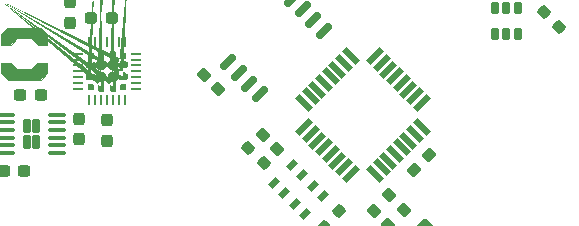
<source format=gbr>
%TF.GenerationSoftware,KiCad,Pcbnew,(6.0.11-0)*%
%TF.CreationDate,2023-04-11T08:14:18-04:00*%
%TF.ProjectId,SLAPS_Solar_Harvester,534c4150-535f-4536-9f6c-61725f486172,rev?*%
%TF.SameCoordinates,Original*%
%TF.FileFunction,Paste,Bot*%
%TF.FilePolarity,Positive*%
%FSLAX46Y46*%
G04 Gerber Fmt 4.6, Leading zero omitted, Abs format (unit mm)*
G04 Created by KiCad (PCBNEW (6.0.11-0)) date 2023-04-11 08:14:18*
%MOMM*%
%LPD*%
G01*
G04 APERTURE LIST*
G04 Aperture macros list*
%AMRoundRect*
0 Rectangle with rounded corners*
0 $1 Rounding radius*
0 $2 $3 $4 $5 $6 $7 $8 $9 X,Y pos of 4 corners*
0 Add a 4 corners polygon primitive as box body*
4,1,4,$2,$3,$4,$5,$6,$7,$8,$9,$2,$3,0*
0 Add four circle primitives for the rounded corners*
1,1,$1+$1,$2,$3*
1,1,$1+$1,$4,$5*
1,1,$1+$1,$6,$7*
1,1,$1+$1,$8,$9*
0 Add four rect primitives between the rounded corners*
20,1,$1+$1,$2,$3,$4,$5,0*
20,1,$1+$1,$4,$5,$6,$7,0*
20,1,$1+$1,$6,$7,$8,$9,0*
20,1,$1+$1,$8,$9,$2,$3,0*%
%AMRotRect*
0 Rectangle, with rotation*
0 The origin of the aperture is its center*
0 $1 length*
0 $2 width*
0 $3 Rotation angle, in degrees counterclockwise*
0 Add horizontal line*
21,1,$1,$2,0,0,$3*%
%AMFreePoly0*
4,1,48,0.180784,0.266839,0.197812,0.266839,0.211588,0.256830,0.227783,0.251568,0.237792,0.237792,0.251568,0.227783,0.256830,0.211588,0.266839,0.197812,0.266839,0.180784,0.272101,0.164589,0.272101,-0.164589,0.266839,-0.180784,0.266839,-0.197812,0.256830,-0.211588,0.251568,-0.227783,0.237792,-0.237792,0.227783,-0.251568,0.211588,-0.256830,0.197812,-0.266839,0.180784,-0.266839,
0.164589,-0.272101,-0.164589,-0.272101,-0.180784,-0.266839,-0.197812,-0.266839,-0.211588,-0.256830,-0.227783,-0.251568,-0.237792,-0.237792,-0.251568,-0.227783,-0.256830,-0.211588,-0.266839,-0.197812,-0.266839,-0.180784,-0.272101,-0.164589,-0.272101,0.075523,-0.269420,0.083774,-0.270777,0.092342,-0.259348,0.114772,-0.251568,0.138717,-0.244549,0.143817,-0.240611,0.151545,-0.151546,0.240611,
-0.143816,0.244550,-0.138717,0.251568,-0.114773,0.259348,-0.092342,0.270777,-0.083774,0.269420,-0.075523,0.272101,0.164589,0.272101,0.180784,0.266839,0.180784,0.266839,$1*%
%AMFreePoly1*
4,1,51,0.121446,0.402193,0.123663,0.402787,0.127060,0.401203,0.145390,0.397971,0.159647,0.386008,0.176512,0.378144,0.247132,0.307525,0.250168,0.303189,0.252157,0.302041,0.253440,0.298517,0.264114,0.283273,0.265736,0.264734,0.272101,0.247246,0.272101,-0.247246,0.271182,-0.252459,0.271776,-0.254677,0.270192,-0.258075,0.266960,-0.276402,0.254997,-0.290659,0.247132,-0.307525,
0.176512,-0.378144,0.172177,-0.381179,0.171029,-0.383168,0.167505,-0.384451,0.152260,-0.395125,0.133722,-0.396747,0.116234,-0.403112,-0.186855,-0.403112,-0.197929,-0.401159,-0.201658,-0.401817,-0.204937,-0.399924,-0.216011,-0.397971,-0.232977,-0.383735,-0.252157,-0.372661,-0.254788,-0.365433,-0.260680,-0.360489,-0.264526,-0.338678,-0.272101,-0.317866,-0.272101,0.317866,-0.270148,0.328940,
-0.270806,0.332669,-0.268913,0.335948,-0.266960,0.347022,-0.252724,0.363988,-0.241650,0.383168,-0.234422,0.385799,-0.229478,0.391691,-0.207667,0.395537,-0.186855,0.403112,0.116234,0.403112,0.121446,0.402193,0.121446,0.402193,$1*%
%AMFreePoly2*
4,1,48,0.180784,0.266839,0.197812,0.266839,0.211588,0.256830,0.227783,0.251568,0.237792,0.237792,0.251568,0.227783,0.256830,0.211588,0.266839,0.197812,0.266839,0.180784,0.272101,0.164589,0.272101,-0.075523,0.269420,-0.083774,0.270777,-0.092342,0.259348,-0.114773,0.251568,-0.138717,0.244550,-0.143816,0.240611,-0.151546,0.151545,-0.240611,0.143817,-0.244549,0.138717,-0.251568,
0.114772,-0.259348,0.092342,-0.270777,0.083774,-0.269420,0.075523,-0.272101,-0.164589,-0.272101,-0.180784,-0.266839,-0.197812,-0.266839,-0.211588,-0.256830,-0.227783,-0.251568,-0.237792,-0.237792,-0.251568,-0.227783,-0.256830,-0.211588,-0.266839,-0.197812,-0.266839,-0.180784,-0.272101,-0.164589,-0.272101,0.164589,-0.266839,0.180784,-0.266839,0.197812,-0.256830,0.211588,-0.251568,0.227783,
-0.237792,0.237792,-0.227783,0.251568,-0.211588,0.256830,-0.197812,0.266839,-0.180784,0.266839,-0.164589,0.272101,0.164589,0.272101,0.180784,0.266839,0.180784,0.266839,$1*%
%AMFreePoly3*
4,1,51,0.328940,0.270148,0.332669,0.270806,0.335948,0.268913,0.347022,0.266960,0.363988,0.252724,0.383168,0.241650,0.385799,0.234422,0.391691,0.229478,0.395537,0.207667,0.403112,0.186855,0.403112,-0.116234,0.402193,-0.121446,0.402787,-0.123663,0.401203,-0.127060,0.397971,-0.145390,0.386008,-0.159647,0.378144,-0.176512,0.307524,-0.247133,0.303189,-0.250168,0.302041,-0.252157,
0.298518,-0.253439,0.283273,-0.264114,0.264734,-0.265736,0.247246,-0.272101,-0.247246,-0.272101,-0.252459,-0.271182,-0.254677,-0.271776,-0.258075,-0.270192,-0.276402,-0.266960,-0.290659,-0.254997,-0.307525,-0.247132,-0.378144,-0.176512,-0.381179,-0.172177,-0.383168,-0.171029,-0.384451,-0.167505,-0.395125,-0.152260,-0.396747,-0.133722,-0.403112,-0.116234,-0.403112,0.186855,-0.401159,0.197929,
-0.401817,0.201658,-0.399924,0.204937,-0.397971,0.216011,-0.383735,0.232977,-0.372661,0.252157,-0.365433,0.254788,-0.360489,0.260680,-0.338678,0.264526,-0.317866,0.272101,0.317866,0.272101,0.328940,0.270148,0.328940,0.270148,$1*%
%AMFreePoly4*
4,1,51,0.197929,0.401159,0.201658,0.401817,0.204937,0.399924,0.216011,0.397971,0.232977,0.383735,0.252157,0.372661,0.254788,0.365433,0.260680,0.360489,0.264526,0.338678,0.272101,0.317866,0.272101,-0.317866,0.270148,-0.328940,0.270806,-0.332669,0.268913,-0.335948,0.266960,-0.347022,0.252724,-0.363988,0.241650,-0.383168,0.234422,-0.385799,0.229478,-0.391691,0.207667,-0.395537,
0.186855,-0.403112,-0.116234,-0.403112,-0.121446,-0.402193,-0.123663,-0.402787,-0.127060,-0.401203,-0.145390,-0.397971,-0.159647,-0.386008,-0.176512,-0.378144,-0.247133,-0.307524,-0.250168,-0.303189,-0.252157,-0.302041,-0.253439,-0.298518,-0.264114,-0.283273,-0.265736,-0.264734,-0.272101,-0.247246,-0.272101,0.247246,-0.271182,0.252459,-0.271776,0.254676,-0.270192,0.258073,-0.266960,0.276402,
-0.254997,0.290658,-0.247133,0.307524,-0.176512,0.378144,-0.172177,0.381179,-0.171029,0.383168,-0.167505,0.384451,-0.152260,0.395125,-0.133722,0.396747,-0.116234,0.403112,0.186855,0.403112,0.197929,0.401159,0.197929,0.401159,$1*%
%AMFreePoly5*
4,1,51,0.252459,0.271182,0.254676,0.271776,0.258073,0.270192,0.276402,0.266960,0.290658,0.254997,0.307524,0.247133,0.378144,0.176512,0.381179,0.172177,0.383168,0.171029,0.384451,0.167505,0.395125,0.152260,0.396747,0.133722,0.403112,0.116234,0.403112,-0.186855,0.401159,-0.197929,0.401817,-0.201658,0.399924,-0.204937,0.397971,-0.216011,0.383735,-0.232977,0.372661,-0.252157,
0.365433,-0.254788,0.360489,-0.260680,0.338678,-0.264526,0.317866,-0.272101,-0.317866,-0.272101,-0.328940,-0.270148,-0.332669,-0.270806,-0.335948,-0.268913,-0.347022,-0.266960,-0.363988,-0.252724,-0.383168,-0.241650,-0.385799,-0.234422,-0.391691,-0.229478,-0.395537,-0.207667,-0.403112,-0.186855,-0.403112,0.116234,-0.402193,0.121446,-0.402787,0.123663,-0.401203,0.127060,-0.397971,0.145390,
-0.386008,0.159647,-0.378144,0.176512,-0.307525,0.247132,-0.303189,0.250168,-0.302041,0.252157,-0.298517,0.253440,-0.283273,0.264114,-0.264734,0.265736,-0.247246,0.272101,0.247246,0.272101,0.252459,0.271182,0.252459,0.271182,$1*%
%AMFreePoly6*
4,1,48,0.083774,0.269420,0.092342,0.270777,0.114772,0.259348,0.138717,0.251568,0.143817,0.244549,0.151545,0.240611,0.240611,0.151546,0.244550,0.143816,0.251568,0.138717,0.259348,0.114773,0.270777,0.092342,0.269420,0.083774,0.272101,0.075523,0.272101,-0.164589,0.266839,-0.180784,0.266839,-0.197812,0.256830,-0.211588,0.251568,-0.227783,0.237792,-0.237792,0.227783,-0.251568,
0.211588,-0.256830,0.197812,-0.266839,0.180784,-0.266839,0.164589,-0.272101,-0.164589,-0.272101,-0.180784,-0.266839,-0.197812,-0.266839,-0.211588,-0.256830,-0.227783,-0.251568,-0.237792,-0.237792,-0.251568,-0.227783,-0.256830,-0.211588,-0.266839,-0.197812,-0.266839,-0.180784,-0.272101,-0.164589,-0.272101,0.164589,-0.266839,0.180784,-0.266839,0.197812,-0.256830,0.211588,-0.251568,0.227783,
-0.237792,0.237792,-0.227783,0.251568,-0.211588,0.256830,-0.197812,0.266839,-0.180784,0.266839,-0.164589,0.272101,0.075523,0.272101,0.083774,0.269420,0.083774,0.269420,$1*%
%AMFreePoly7*
4,1,48,0.180784,0.266839,0.197812,0.266839,0.211588,0.256830,0.227783,0.251568,0.237792,0.237792,0.251568,0.227783,0.256830,0.211588,0.266839,0.197812,0.266839,0.180784,0.272101,0.164589,0.272101,-0.164589,0.266839,-0.180784,0.266839,-0.197812,0.256830,-0.211588,0.251568,-0.227783,0.237792,-0.237792,0.227783,-0.251568,0.211588,-0.256830,0.197812,-0.266839,0.180784,-0.266839,
0.164589,-0.272101,-0.075523,-0.272101,-0.083774,-0.269420,-0.092342,-0.270777,-0.114773,-0.259348,-0.138717,-0.251568,-0.143816,-0.244550,-0.151546,-0.240611,-0.240611,-0.151545,-0.244549,-0.143817,-0.251568,-0.138717,-0.259348,-0.114772,-0.270777,-0.092342,-0.269420,-0.083774,-0.272101,-0.075523,-0.272101,0.164589,-0.266839,0.180784,-0.266839,0.197812,-0.256830,0.211588,-0.251568,0.227783,
-0.237792,0.237792,-0.227783,0.251568,-0.211588,0.256830,-0.197812,0.266839,-0.180784,0.266839,-0.164589,0.272101,0.164589,0.272101,0.180784,0.266839,0.180784,0.266839,$1*%
G04 Aperture macros list end*
%ADD10C,0.000100*%
%ADD11RoundRect,0.237500X0.344715X-0.008839X-0.008839X0.344715X-0.344715X0.008839X0.008839X-0.344715X0*%
%ADD12RoundRect,0.237500X0.237500X-0.300000X0.237500X0.300000X-0.237500X0.300000X-0.237500X-0.300000X0*%
%ADD13RoundRect,0.275000X-0.282843X0.671751X-0.671751X0.282843X0.282843X-0.671751X0.671751X-0.282843X0*%
%ADD14RotRect,1.600000X0.550000X45.000000*%
%ADD15RotRect,1.600000X0.550000X315.000000*%
%ADD16RoundRect,0.237500X0.237500X-0.250000X0.237500X0.250000X-0.237500X0.250000X-0.237500X-0.250000X0*%
%ADD17RoundRect,0.150000X-0.512500X-0.150000X0.512500X-0.150000X0.512500X0.150000X-0.512500X0.150000X0*%
%ADD18RoundRect,0.237500X-0.380070X0.044194X0.044194X-0.380070X0.380070X-0.044194X-0.044194X0.380070X0*%
%ADD19RoundRect,0.150000X0.353553X0.565685X-0.565685X-0.353553X-0.353553X-0.565685X0.565685X0.353553X0*%
%ADD20RoundRect,0.237500X-0.300000X-0.237500X0.300000X-0.237500X0.300000X0.237500X-0.300000X0.237500X0*%
%ADD21RoundRect,0.237500X-0.344715X0.008839X0.008839X-0.344715X0.344715X-0.008839X-0.008839X0.344715X0*%
%ADD22RoundRect,0.172500X-0.172500X-0.422500X0.172500X-0.422500X0.172500X0.422500X-0.172500X0.422500X0*%
%ADD23RoundRect,0.100000X-0.625000X-0.100000X0.625000X-0.100000X0.625000X0.100000X-0.625000X0.100000X0*%
%ADD24RoundRect,0.162500X0.162500X-0.367500X0.162500X0.367500X-0.162500X0.367500X-0.162500X-0.367500X0*%
%ADD25RoundRect,0.237500X-0.008839X-0.344715X0.344715X0.008839X0.008839X0.344715X-0.344715X-0.008839X0*%
%ADD26RoundRect,0.237500X0.287500X0.237500X-0.287500X0.237500X-0.287500X-0.237500X0.287500X-0.237500X0*%
%ADD27FreePoly0,270.000000*%
%ADD28FreePoly1,270.000000*%
%ADD29FreePoly2,270.000000*%
%ADD30FreePoly3,270.000000*%
%ADD31FreePoly4,270.000000*%
%ADD32RoundRect,0.201557X-0.201556X0.201556X-0.201556X-0.201556X0.201556X-0.201556X0.201556X0.201556X0*%
%ADD33FreePoly5,270.000000*%
%ADD34FreePoly6,270.000000*%
%ADD35FreePoly7,270.000000*%
%ADD36RoundRect,0.062500X-0.062500X0.337500X-0.062500X-0.337500X0.062500X-0.337500X0.062500X0.337500X0*%
%ADD37RoundRect,0.062500X-0.337500X0.062500X-0.337500X-0.062500X0.337500X-0.062500X0.337500X0.062500X0*%
%ADD38RoundRect,0.237500X-0.237500X0.300000X-0.237500X-0.300000X0.237500X-0.300000X0.237500X0.300000X0*%
%ADD39RoundRect,0.237500X0.380070X-0.044194X-0.044194X0.380070X-0.380070X0.044194X0.044194X-0.380070X0*%
%ADD40RotRect,0.950000X0.550000X45.000000*%
%ADD41RoundRect,0.237500X-0.044194X-0.380070X0.380070X0.044194X0.044194X0.380070X-0.380070X-0.044194X0*%
G04 APERTURE END LIST*
%TO.C,LBOOST1*%
G36*
X127510000Y-103130000D02*
G01*
X128675000Y-103130000D01*
X129255000Y-102550000D01*
X130045000Y-102550000D01*
X130045000Y-103450000D01*
X129495000Y-104000000D01*
X126705000Y-104000000D01*
X126155000Y-103450000D01*
X126155000Y-102550000D01*
X126930000Y-102550000D01*
X127510000Y-103130000D01*
G37*
D10*
X127510000Y-103130000D02*
X128675000Y-103130000D01*
X129255000Y-102550000D01*
X130045000Y-102550000D01*
X130045000Y-103450000D01*
X129495000Y-104000000D01*
X126705000Y-104000000D01*
X126155000Y-103450000D01*
X126155000Y-102550000D01*
X126930000Y-102550000D01*
X127510000Y-103130000D01*
G36*
X130045000Y-100150000D02*
G01*
X130045000Y-101050000D01*
X129255000Y-101050000D01*
X128675000Y-100470000D01*
X127510000Y-100470000D01*
X126930000Y-101050000D01*
X126155000Y-101050000D01*
X126155000Y-100150000D01*
X126705000Y-99600000D01*
X129495000Y-99600000D01*
X130045000Y-100150000D01*
G37*
X130045000Y-100150000D02*
X130045000Y-101050000D01*
X129255000Y-101050000D01*
X128675000Y-100470000D01*
X127510000Y-100470000D01*
X126930000Y-101050000D01*
X126155000Y-101050000D01*
X126155000Y-100150000D01*
X126705000Y-99600000D01*
X129495000Y-99600000D01*
X130045000Y-100150000D01*
%TD*%
D11*
%TO.C,R1*%
X167945235Y-92945235D03*
X166654765Y-91654765D03*
%TD*%
D12*
%TO.C,CBOOST1*%
X132000000Y-99162500D03*
X132000000Y-97437500D03*
%TD*%
D13*
%TO.C,Y1*%
X160516117Y-118483883D03*
X162283883Y-116716117D03*
%TD*%
D14*
%TO.C,U1*%
X155724695Y-111985103D03*
X155159010Y-111419417D03*
X154593324Y-110853732D03*
X154027639Y-110288047D03*
X153461953Y-109722361D03*
X152896268Y-109156676D03*
X152330583Y-108590990D03*
X151764897Y-108025305D03*
D15*
X151764897Y-105974695D03*
X152330583Y-105409010D03*
X152896268Y-104843324D03*
X153461953Y-104277639D03*
X154027639Y-103711953D03*
X154593324Y-103146268D03*
X155159010Y-102580583D03*
X155724695Y-102014897D03*
D14*
X157775305Y-102014897D03*
X158340990Y-102580583D03*
X158906676Y-103146268D03*
X159472361Y-103711953D03*
X160038047Y-104277639D03*
X160603732Y-104843324D03*
X161169417Y-105409010D03*
X161735103Y-105974695D03*
D15*
X161735103Y-108025305D03*
X161169417Y-108590990D03*
X160603732Y-109156676D03*
X160038047Y-109722361D03*
X159472361Y-110288047D03*
X158906676Y-110853732D03*
X158340990Y-111419417D03*
X157775305Y-111985103D03*
%TD*%
D16*
%TO.C,R6*%
X124700000Y-107112500D03*
X124700000Y-105287500D03*
%TD*%
D17*
%TO.C,U7*%
X177162500Y-95650000D03*
X177162500Y-94700000D03*
X177162500Y-93750000D03*
X179437500Y-93750000D03*
X179437500Y-95650000D03*
%TD*%
D16*
%TO.C,R5*%
X124700000Y-110512500D03*
X124700000Y-108687500D03*
%TD*%
D18*
%TO.C,C2*%
X143290120Y-103590120D03*
X144509880Y-104809880D03*
%TD*%
D19*
%TO.C,U4*%
X150747038Y-97158885D03*
X151645064Y-98056910D03*
X152543090Y-98954936D03*
X153441115Y-99852962D03*
X148052962Y-105241115D03*
X147154936Y-104343090D03*
X146256910Y-103445064D03*
X145358885Y-102547038D03*
%TD*%
D20*
%TO.C,C6*%
X126337500Y-111700000D03*
X128062500Y-111700000D03*
%TD*%
D21*
%TO.C,R4*%
X147054765Y-109754765D03*
X148345235Y-111045235D03*
%TD*%
D12*
%TO.C,CBUCK1*%
X135100000Y-109162500D03*
X135100000Y-107437500D03*
%TD*%
D22*
%TO.C,U8*%
X128290000Y-107890000D03*
X129110000Y-109310000D03*
X129110000Y-107890000D03*
X128290000Y-109310000D03*
D23*
X126550000Y-110225000D03*
X126550000Y-109575000D03*
X126550000Y-108925000D03*
X126550000Y-108275000D03*
X126550000Y-107625000D03*
X126550000Y-106975000D03*
X130850000Y-106975000D03*
X130850000Y-107625000D03*
X130850000Y-108275000D03*
X130850000Y-108925000D03*
X130850000Y-109575000D03*
X130850000Y-110225000D03*
%TD*%
D24*
%TO.C,D2*%
X169850000Y-100100000D03*
X168900000Y-100100000D03*
X167950000Y-100100000D03*
X167950000Y-97900000D03*
X168900000Y-97900000D03*
X169850000Y-97900000D03*
%TD*%
D25*
%TO.C,R3*%
X153454765Y-116445235D03*
X154745235Y-115154765D03*
%TD*%
D26*
%TO.C,LBUCK1*%
X135475000Y-98800000D03*
X133725000Y-98800000D03*
%TD*%
D12*
%TO.C,C5*%
X181300000Y-95562500D03*
X181300000Y-93837500D03*
%TD*%
D18*
%TO.C,C9*%
X157690120Y-115090120D03*
X158909880Y-116309880D03*
%TD*%
D20*
%TO.C,C4*%
X177437500Y-97700000D03*
X179162500Y-97700000D03*
%TD*%
D27*
%TO.C,U3*%
X133762500Y-104637500D03*
D28*
X135600000Y-101962500D03*
D29*
X136437500Y-101962500D03*
D30*
X136437500Y-103800000D03*
D31*
X134600000Y-104637500D03*
D32*
X134600000Y-102800000D03*
D33*
X133762500Y-103800000D03*
D28*
X134600000Y-101962500D03*
D32*
X135600000Y-102800000D03*
D34*
X133762500Y-101962500D03*
D33*
X133762500Y-102800000D03*
D30*
X136437500Y-102800000D03*
D31*
X135600000Y-104637500D03*
D32*
X134600000Y-103800000D03*
X135600000Y-103800000D03*
D35*
X136437500Y-104637500D03*
D36*
X133600000Y-100850000D03*
X134100000Y-100850000D03*
X134600000Y-100850000D03*
X135100000Y-100850000D03*
X135600000Y-100850000D03*
X136100000Y-100850000D03*
X136600000Y-100850000D03*
D37*
X137550000Y-101800000D03*
X137550000Y-102300000D03*
X137550000Y-102800000D03*
X137550000Y-103300000D03*
X137550000Y-103800000D03*
X137550000Y-104300000D03*
X137550000Y-104800000D03*
D36*
X136600000Y-105750000D03*
X136100000Y-105750000D03*
X135600000Y-105750000D03*
X135100000Y-105750000D03*
X134600000Y-105750000D03*
X134100000Y-105750000D03*
X133600000Y-105750000D03*
D37*
X132650000Y-104800000D03*
X132650000Y-104300000D03*
X132650000Y-103800000D03*
X132650000Y-103300000D03*
X132650000Y-102800000D03*
X132650000Y-102300000D03*
X132650000Y-101800000D03*
%TD*%
D38*
%TO.C,C7*%
X132700000Y-107337500D03*
X132700000Y-109062500D03*
%TD*%
D39*
%TO.C,C3*%
X149509880Y-109909880D03*
X148290120Y-108690120D03*
%TD*%
D20*
%TO.C,CSRC1*%
X127737500Y-105300000D03*
X129462500Y-105300000D03*
%TD*%
D40*
%TO.C,U2*%
X151865685Y-115385965D03*
X150981802Y-114502082D03*
X150097918Y-113618198D03*
X149214035Y-112734315D03*
X150734315Y-111214035D03*
X151618198Y-112097918D03*
X152502082Y-112981802D03*
X153385965Y-113865685D03*
%TD*%
D21*
%TO.C,R2*%
X172054765Y-98254765D03*
X173345235Y-99545235D03*
%TD*%
D41*
%TO.C,C1*%
X161107277Y-111609880D03*
X162327037Y-110390120D03*
%TD*%
D18*
%TO.C,C8*%
X158990120Y-113790120D03*
X160209880Y-115009880D03*
%TD*%
M02*

</source>
